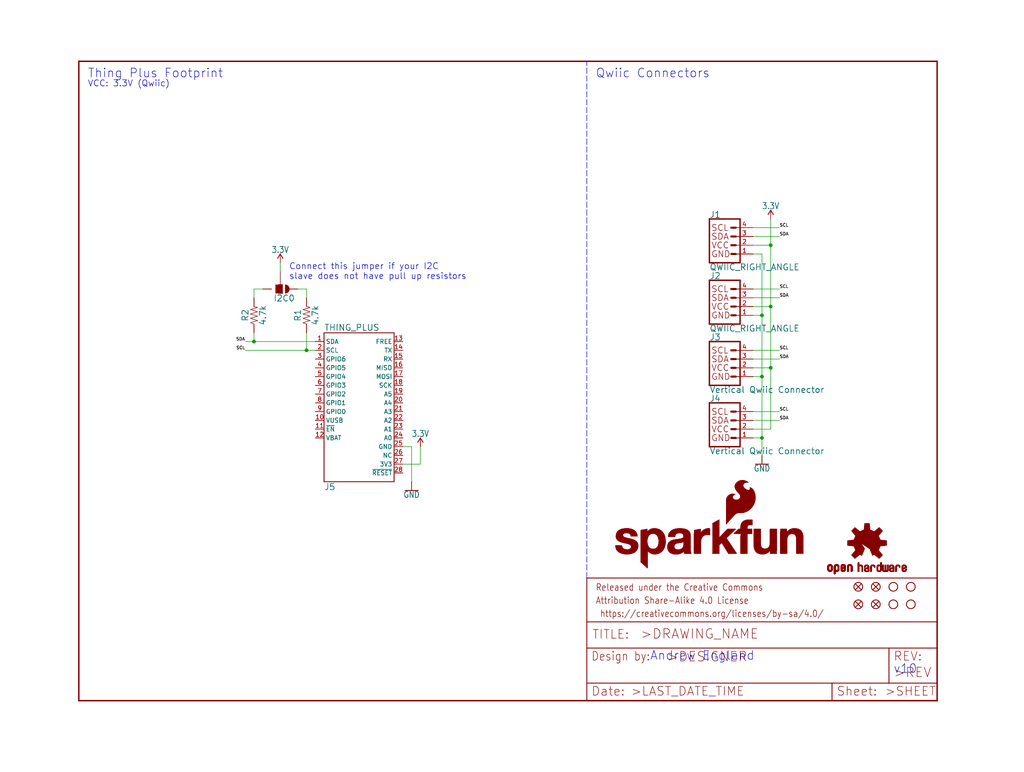
<source format=kicad_sch>
(kicad_sch (version 20211123) (generator eeschema)
  (paper "User" 297.002 223.926)
  (lib_symbols
    (symbol "eagleSchem-eagle-import:3.3V" (power)
      (property "Value" "3.3V" (at 0 2.794 0))
      (symbol "3.3V_1_0"
        (pin power_in line (at 0 0 90) (length 2.54) (name "3.3V") (number "1"))
      )
    )
    (symbol "eagleSchem-eagle-import:4.7KOHM-0603-1{slash}10W-1%"
      (property "Reference" "R" (at 0 1.524 0))
      (property "Value" "4.7KOHM-0603-1{slash}10W-1%" (at 0 -1.524 0))
      (symbol "4.7KOHM-0603-1{slash}10W-1%_1_0"
        (pin passive line (at -5.08 0 0) (length 2.54) (name "1") (number "1"))
        (pin passive line (at 5.08 0 180) (length 2.54) (name "2") (number "2"))
      )
    )
    (symbol "eagleSchem-eagle-import:FIDUCIAL1X2")
    (symbol "eagleSchem-eagle-import:FRAME-LETTER"
      (symbol "FRAME-LETTER_2_0"
        (text " https://creativecommons.org/licenses/by-sa/4.0/" (at 2.54 24.13 0) (effects (font (size 1.9304 1.6408)) (justify left bottom)))
        (text ">DESIGNER" (at 23.114 11.176 0) (effects (font (size 2.7432 2.7432)) (justify left bottom)))
        (text ">DRAWING_NAME" (at 15.494 17.78 0) (effects (font (size 2.7432 2.7432)) (justify left bottom)))
        (text ">LAST_DATE_TIME" (at 12.7 1.27 0) (effects (font (size 2.54 2.54)) (justify left bottom)))
        (text ">REV" (at 88.9 6.604 0) (effects (font (size 2.7432 2.7432)) (justify left bottom)))
        (text ">SHEET" (at 86.36 1.27 0) (effects (font (size 2.54 2.54)) (justify left bottom)))
        (text "Attribution Share-Alike 4.0 License" (at 2.54 27.94 0) (effects (font (size 1.9304 1.6408)) (justify left bottom)))
        (text "Date:" (at 1.27 1.27 0) (effects (font (size 2.54 2.54)) (justify left bottom)))
        (text "Design by:" (at 1.27 11.43 0) (effects (font (size 2.54 2.159)) (justify left bottom)))
        (text "Released under the Creative Commons" (at 2.54 31.75 0) (effects (font (size 1.9304 1.6408)) (justify left bottom)))
        (text "REV:" (at 88.9 11.43 0) (effects (font (size 2.54 2.54)) (justify left bottom)))
        (text "Sheet:" (at 72.39 1.27 0) (effects (font (size 2.54 2.54)) (justify left bottom)))
        (text "TITLE:" (at 1.524 17.78 0) (effects (font (size 2.54 2.54)) (justify left bottom)))
      )
    )
    (symbol "eagleSchem-eagle-import:GND" (power)
      (property "Value" "GND" (at 0 -0.254 0))
      (symbol "GND_1_0"
        (pin power_in line (at 0 2.54 270) (length 2.54) (name "GND") (number "1"))
      )
    )
    (symbol "eagleSchem-eagle-import:JUMPER-SMT_3_NO_NO-SILK"
      (property "Reference" "JP" (at 2.54 0.381 0))
      (property "Value" "JUMPER-SMT_3_NO_NO-SILK" (at 2.54 -0.381 0))
      (symbol "JUMPER-SMT_3_NO_NO-SILK_1_0"
        (pin passive line (at 0 5.08 270) (length 2.54) (name "1") (number "1"))
        (pin passive line (at -5.08 0 0) (length 2.54) (name "2") (number "2"))
        (pin passive line (at 0 -5.08 90) (length 2.54) (name "3") (number "3"))
      )
    )
    (symbol "eagleSchem-eagle-import:OSHW-LOGOS")
    (symbol "eagleSchem-eagle-import:QWIIC_CONNECTOR"
      (property "Reference" "J" (at -5.08 7.874 0))
      (property "Value" "QWIIC_CONNECTOR" (at -5.08 -5.334 0))
      (symbol "QWIIC_CONNECTOR_1_0"
        (text "GND" (at -4.572 -2.54 0) (effects (font (size 1.778 1.778)) (justify left)))
        (text "SCL" (at -4.572 5.08 0) (effects (font (size 1.778 1.778)) (justify left)))
        (text "SDA" (at -4.572 2.54 0) (effects (font (size 1.778 1.778)) (justify left)))
        (text "VCC" (at -4.572 0 0) (effects (font (size 1.778 1.778)) (justify left)))
        (pin power_in line (at 7.62 -2.54 180) (length 5.08) (name "1") (number "1"))
        (pin power_in line (at 7.62 0 180) (length 5.08) (name "2") (number "2"))
        (pin passive line (at 7.62 2.54 180) (length 5.08) (name "3") (number "3"))
        (pin passive line (at 7.62 5.08 180) (length 5.08) (name "4") (number "4"))
      )
    )
    (symbol "eagleSchem-eagle-import:QWIIC_CONNECTORJS-1MM"
      (property "Reference" "J" (at -5.08 7.874 0))
      (property "Value" "QWIIC_CONNECTORJS-1MM" (at -5.08 -5.334 0))
      (symbol "QWIIC_CONNECTORJS-1MM_1_0"
        (text "GND" (at -4.572 -2.54 0) (effects (font (size 1.778 1.778)) (justify left)))
        (text "SCL" (at -4.572 5.08 0) (effects (font (size 1.778 1.778)) (justify left)))
        (text "SDA" (at -4.572 2.54 0) (effects (font (size 1.778 1.778)) (justify left)))
        (text "VCC" (at -4.572 0 0) (effects (font (size 1.778 1.778)) (justify left)))
        (pin power_in line (at 7.62 -2.54 180) (length 5.08) (name "1") (number "1"))
        (pin power_in line (at 7.62 0 180) (length 5.08) (name "2") (number "2"))
        (pin passive line (at 7.62 2.54 180) (length 5.08) (name "3") (number "3"))
        (pin passive line (at 7.62 5.08 180) (length 5.08) (name "4") (number "4"))
      )
    )
    (symbol "eagleSchem-eagle-import:SFE_LOGO_NAME_FLAME.1_INCH")
    (symbol "eagleSchem-eagle-import:SFE_LOGO_NAME_FLAME.2_INCH")
    (symbol "eagleSchem-eagle-import:STAND-OFF")
    (symbol "eagleSchem-eagle-import:THING_PLUS"
      (property "Reference" "J" (at -10.16 -33.02 0))
      (property "Value" "THING_PLUS" (at -10.16 13.208 0))
      (symbol "THING_PLUS_1_0"
        (pin bidirectional line (at -12.7 10.16 0) (length 2.54) (name "SDA") (number "1"))
        (pin bidirectional line (at -12.7 -12.7 0) (length 2.54) (name "VUSB") (number "10"))
        (pin bidirectional line (at -12.7 -15.24 0) (length 2.54) (name "~{EN}") (number "11"))
        (pin bidirectional line (at -12.7 -17.78 0) (length 2.54) (name "VBAT") (number "12"))
        (pin bidirectional line (at 12.7 10.16 180) (length 2.54) (name "FREE") (number "13"))
        (pin bidirectional line (at 12.7 7.62 180) (length 2.54) (name "TX") (number "14"))
        (pin bidirectional line (at 12.7 5.08 180) (length 2.54) (name "RX") (number "15"))
        (pin bidirectional line (at 12.7 2.54 180) (length 2.54) (name "MISO") (number "16"))
        (pin bidirectional line (at 12.7 0 180) (length 2.54) (name "MOSI") (number "17"))
        (pin bidirectional line (at 12.7 -2.54 180) (length 2.54) (name "SCK") (number "18"))
        (pin bidirectional line (at 12.7 -5.08 180) (length 2.54) (name "A5") (number "19"))
        (pin bidirectional line (at -12.7 7.62 0) (length 2.54) (name "SCL") (number "2"))
        (pin bidirectional line (at 12.7 -7.62 180) (length 2.54) (name "A4") (number "20"))
        (pin bidirectional line (at 12.7 -10.16 180) (length 2.54) (name "A3") (number "21"))
        (pin bidirectional line (at 12.7 -12.7 180) (length 2.54) (name "A2") (number "22"))
        (pin bidirectional line (at 12.7 -15.24 180) (length 2.54) (name "A1") (number "23"))
        (pin bidirectional line (at 12.7 -17.78 180) (length 2.54) (name "A0") (number "24"))
        (pin bidirectional line (at 12.7 -20.32 180) (length 2.54) (name "GND") (number "25"))
        (pin bidirectional line (at 12.7 -22.86 180) (length 2.54) (name "NC") (number "26"))
        (pin bidirectional line (at 12.7 -25.4 180) (length 2.54) (name "3V3") (number "27"))
        (pin bidirectional line (at 12.7 -27.94 180) (length 2.54) (name "~{RESET}") (number "28"))
        (pin bidirectional line (at -12.7 5.08 0) (length 2.54) (name "GPIO6") (number "3"))
        (pin bidirectional line (at -12.7 2.54 0) (length 2.54) (name "GPIO5") (number "4"))
        (pin bidirectional line (at -12.7 0 0) (length 2.54) (name "GPIO4") (number "5"))
        (pin bidirectional line (at -12.7 -2.54 0) (length 2.54) (name "GPIO3") (number "6"))
        (pin bidirectional line (at -12.7 -5.08 0) (length 2.54) (name "GPIO2") (number "7"))
        (pin bidirectional line (at -12.7 -7.62 0) (length 2.54) (name "GPIO1") (number "8"))
        (pin bidirectional line (at -12.7 -10.16 0) (length 2.54) (name "GPIO0") (number "9"))
      )
    )
  )
  (junction (at 223.52 88.9))
  (junction (at 220.98 91.44))
  (junction (at 88.9 101.6))
  (junction (at 220.98 109.22))
  (junction (at 73.66 99.06))
  (junction (at 223.52 71.12))
  (junction (at 220.98 127))
  (junction (at 223.52 106.68))
  (wire (pts (xy 91.44 99.06) (xy 73.66 99.06)))
  (wire (pts (xy 73.66 99.06) (xy 71.12 99.06)))
  (wire (pts (xy 223.52 124.46) (xy 218.44 124.46)))
  (wire (pts (xy 218.44 104.14) (xy 226.06 104.14)))
  (wire (pts (xy 220.98 109.22) (xy 218.44 109.22)))
  (wire (pts (xy 220.98 91.44) (xy 220.98 73.66)))
  (wire (pts (xy 218.44 101.6) (xy 226.06 101.6)))
  (wire (pts (xy 88.9 96.52) (xy 88.9 101.6)))
  (wire (pts (xy 223.52 71.12) (xy 223.52 63.5)))
  (wire (pts (xy 73.66 86.36) (xy 73.66 83.82)))
  (wire (pts (xy 218.44 86.36) (xy 226.06 86.36)))
  (wire (pts (xy 91.44 101.6) (xy 88.9 101.6)))
  (wire (pts (xy 223.52 106.68) (xy 223.52 124.46)))
  (wire (pts (xy 218.44 71.12) (xy 223.52 71.12)))
  (wire (pts (xy 218.44 119.38) (xy 226.06 119.38)))
  (wire (pts (xy 218.44 83.82) (xy 226.06 83.82)))
  (wire (pts (xy 73.66 96.52) (xy 73.66 99.06)))
  (wire (pts (xy 220.98 127) (xy 220.98 132.08)))
  (wire (pts (xy 73.66 83.82) (xy 76.2 83.82)))
  (wire (pts (xy 220.98 73.66) (xy 218.44 73.66)))
  (wire (pts (xy 223.52 88.9) (xy 223.52 106.68)))
  (wire (pts (xy 81.28 76.2) (xy 81.28 78.74)))
  (wire (pts (xy 218.44 127) (xy 220.98 127)))
  (wire (pts (xy 218.44 121.92) (xy 226.06 121.92)))
  (wire (pts (xy 218.44 68.58) (xy 226.06 68.58)))
  (wire (pts (xy 71.12 101.6) (xy 88.9 101.6)))
  (wire (pts (xy 220.98 109.22) (xy 220.98 91.44)))
  (wire (pts (xy 86.36 83.82) (xy 88.9 83.82)))
  (polyline (pts (xy 170.18 167.64) (xy 170.18 17.78)))
  (wire (pts (xy 88.9 83.82) (xy 88.9 86.36)))
  (wire (pts (xy 223.52 71.12) (xy 223.52 88.9)))
  (wire (pts (xy 220.98 91.44) (xy 218.44 91.44)))
  (wire (pts (xy 220.98 127) (xy 220.98 109.22)))
  (wire (pts (xy 223.52 106.68) (xy 218.44 106.68)))
  (wire (pts (xy 119.38 129.54) (xy 119.38 139.7)))
  (wire (pts (xy 116.84 134.62) (xy 121.92 134.62)))
  (wire (pts (xy 121.92 134.62) (xy 121.92 129.54)))
  (wire (pts (xy 223.52 88.9) (xy 218.44 88.9)))
  (wire (pts (xy 218.44 66.04) (xy 226.06 66.04)))
  (wire (pts (xy 116.84 129.54) (xy 119.38 129.54)))
  (text "VCC: 3.3V (Qwiic)" (at 25.4 25.4 180) (effects (font (size 1.778 1.778)) (justify left bottom)))
  (text "Qwiic Connectors" (at 172.72 22.86 180) (effects (font (size 2.54 2.54)) (justify left bottom)))
  (text "Thing Plus Footprint" (at 25.4 22.86 180) (effects (font (size 2.54 2.54)) (justify left bottom)))
  (text "Connect this jumper if your I2C\nslave does not have pull up resistors" (at 83.82 81.28 0) (effects (font (size 1.778 1.778)) (justify left bottom)))
  (text "v10" (at 259.08 195.58 180) (effects (font (size 2.54 2.54)) (justify left bottom)))
  (text "Andrew England" (at 188.468 191.77 180) (effects (font (size 2.54 2.54)) (justify left bottom)))
  (label "SDA" (at 226.06 68.58 0) (effects (font (size 0.889 0.889))))
  (label "SCL" (at 226.06 119.38 0) (effects (font (size 0.889 0.889))))
  (label "SCL" (at 71.12 101.6 180) (effects (font (size 0.889 0.889))))
  (label "SDA" (at 226.06 121.92 0) (effects (font (size 0.889 0.889))))
  (label "SCL" (at 226.06 101.6 0) (effects (font (size 0.889 0.889))))
  (label "SDA" (at 226.06 86.36 0) (effects (font (size 0.889 0.889))))
  (label "SDA" (at 71.12 99.06 180) (effects (font (size 0.889 0.889))))
  (label "SCL" (at 226.06 66.04 0) (effects (font (size 0.889 0.889))))
  (label "SDA" (at 226.06 104.14 0) (effects (font (size 0.889 0.889))))
  (label "SCL" (at 226.06 83.82 0) (effects (font (size 0.889 0.889))))
  (symbol (lib_id "eagleSchem-eagle-import:4.7KOHM-0603-1{slash}10W-1%") (at 73.66 91.44 90) (unit 1)
    (property "Reference" "R2" (at 72.136 91.44 0) (effects (font (size 1.778 1.778)) (justify bottom)))
    (property "Value" "4.7k" (at 75.184 91.44 0) (effects (font (size 1.778 1.778)) (justify top)))
    (property "Footprint" "eagleSchem:0603" (effects hide))
  )
  (symbol (lib_id "eagleSchem-eagle-import:FRAME-LETTER") (at 170.18 203.2 0) (unit 2)
    (property "Reference" "FRAME1" (effects hide))
    (property "Value" "FRAME-LETTER" (effects hide))
    (property "Footprint" "eagleSchem:CREATIVE_COMMONS" (effects hide))
  )
  (symbol (lib_id "eagleSchem-eagle-import:3.3V") (at 223.52 63.5 0) (unit 1)
    (property "Reference" "#SUPPLY1" (effects hide))
    (property "Value" "3.3V" (at 223.52 60.706 0) (effects (font (size 1.778 1.5113)) (justify bottom)))
    (property "Footprint" "eagleSchem:" (effects hide))
  )
  (symbol (lib_id "eagleSchem-eagle-import:3.3V") (at 121.92 129.54 0) (unit 1)
    (property "Reference" "#SUPPLY3" (effects hide))
    (property "Value" "3.3V" (at 121.92 126.746 0) (effects (font (size 1.778 1.5113)) (justify bottom)))
    (property "Footprint" "eagleSchem:" (effects hide))
  )
  (symbol (lib_id "eagleSchem-eagle-import:FRAME-LETTER") (at 22.86 203.2 0) (unit 1)
    (property "Reference" "FRAME1" (effects hide))
    (property "Value" "FRAME-LETTER" (effects hide))
    (property "Footprint" "eagleSchem:CREATIVE_COMMONS" (effects hide))
  )
  (symbol (lib_id "eagleSchem-eagle-import:QWIIC_CONNECTOR") (at 210.82 124.46 0) (unit 1)
    (property "Reference" "J4" (at 205.74 116.586 0) (effects (font (size 1.778 1.778)) (justify left bottom)))
    (property "Value" "Vertical Qwiic Connector" (at 205.74 129.794 0) (effects (font (size 1.778 1.778)) (justify left top)))
    (property "Footprint" "eagleSchem:JST04_1MM_VERT" (effects hide))
  )
  (symbol (lib_id "eagleSchem-eagle-import:3.3V") (at 81.28 76.2 0) (unit 1)
    (property "Reference" "#SUPPLY2" (effects hide))
    (property "Value" "3.3V" (at 81.28 73.406 0) (effects (font (size 1.778 1.5113)) (justify bottom)))
    (property "Footprint" "eagleSchem:" (effects hide))
  )
  (symbol (lib_id "eagleSchem-eagle-import:QWIIC_CONNECTORJS-1MM") (at 210.82 88.9 0) (unit 1)
    (property "Reference" "J2" (at 205.74 81.026 0) (effects (font (size 1.778 1.778)) (justify left bottom)))
    (property "Value" "QWIIC_RIGHT_ANGLE" (at 205.74 94.234 0) (effects (font (size 1.778 1.778)) (justify left top)))
    (property "Footprint" "eagleSchem:JST04_1MM_RA" (effects hide))
  )
  (symbol (lib_id "eagleSchem-eagle-import:JUMPER-SMT_3_NO_NO-SILK") (at 81.28 83.82 270) (unit 1)
    (property "Reference" "I2C0" (at 79.248 87.503 90) (effects (font (size 1.778 1.778)) (justify left bottom)))
    (property "Value" "JUMPER-SMT_3_NO_NO-SILK" (effects hide))
    (property "Footprint" "eagleSchem:SMT-JUMPER_3_NO_NO-SILK" (effects hide))
  )
  (symbol (lib_id "eagleSchem-eagle-import:FIDUCIAL1X2") (at 254 175.26 0) (unit 1)
    (property "Reference" "FD4" (effects hide))
    (property "Value" "FIDUCIAL1X2" (effects hide))
    (property "Footprint" "eagleSchem:FIDUCIAL-1X2" (effects hide))
  )
  (symbol (lib_id "eagleSchem-eagle-import:FIDUCIAL1X2") (at 248.92 175.26 0) (unit 1)
    (property "Reference" "FD3" (effects hide))
    (property "Value" "FIDUCIAL1X2" (effects hide))
    (property "Footprint" "eagleSchem:FIDUCIAL-1X2" (effects hide))
  )
  (symbol (lib_id "eagleSchem-eagle-import:SFE_LOGO_NAME_FLAME.1_INCH") (at 177.8 165.1 0) (unit 1)
    (property "Reference" "LOGO1" (effects hide))
    (property "Value" "SFE_LOGO_NAME_FLAME.1_INCH" (effects hide))
    (property "Footprint" "eagleSchem:SFE_LOGO_NAME_FLAME_.1" (effects hide))
  )
  (symbol (lib_id "eagleSchem-eagle-import:THING_PLUS") (at 104.14 109.22 0) (unit 1)
    (property "Reference" "J5" (at 93.98 142.24 0) (effects (font (size 1.778 1.778)) (justify left bottom)))
    (property "Value" "THING_PLUS" (at 93.98 96.012 0) (effects (font (size 1.778 1.778)) (justify left bottom)))
    (property "Footprint" "eagleSchem:THING_PLUS" (effects hide))
  )
  (symbol (lib_id "eagleSchem-eagle-import:FIDUCIAL1X2") (at 248.92 170.18 0) (unit 1)
    (property "Reference" "FD2" (effects hide))
    (property "Value" "FIDUCIAL1X2" (effects hide))
    (property "Footprint" "eagleSchem:FIDUCIAL-1X2" (effects hide))
  )
  (symbol (lib_id "eagleSchem-eagle-import:OSHW-LOGOS") (at 251.46 157.48 0) (unit 1)
    (property "Reference" "LOGO3" (effects hide))
    (property "Value" "OSHW-LOGOS" (effects hide))
    (property "Footprint" "eagleSchem:OSHW-LOGO-S" (effects hide))
  )
  (symbol (lib_id "eagleSchem-eagle-import:GND") (at 220.98 134.62 0) (unit 1)
    (property "Reference" "#GND1" (effects hide))
    (property "Value" "GND" (at 220.98 134.874 0) (effects (font (size 1.778 1.5113)) (justify top)))
    (property "Footprint" "eagleSchem:" (effects hide))
  )
  (symbol (lib_id "eagleSchem-eagle-import:STAND-OFF") (at 264.16 170.18 0) (unit 1)
    (property "Reference" "H2" (effects hide))
    (property "Value" "STAND-OFF" (effects hide))
    (property "Footprint" "eagleSchem:STAND-OFF" (effects hide))
  )
  (symbol (lib_id "eagleSchem-eagle-import:QWIIC_CONNECTOR") (at 210.82 106.68 0) (unit 1)
    (property "Reference" "J3" (at 205.74 98.806 0) (effects (font (size 1.778 1.778)) (justify left bottom)))
    (property "Value" "Vertical Qwiic Connector" (at 205.74 112.014 0) (effects (font (size 1.778 1.778)) (justify left top)))
    (property "Footprint" "eagleSchem:JST04_1MM_VERT" (effects hide))
  )
  (symbol (lib_id "eagleSchem-eagle-import:GND") (at 119.38 142.24 0) (unit 1)
    (property "Reference" "#GND2" (effects hide))
    (property "Value" "GND" (at 119.38 142.494 0) (effects (font (size 1.778 1.5113)) (justify top)))
    (property "Footprint" "eagleSchem:" (effects hide))
  )
  (symbol (lib_id "eagleSchem-eagle-import:QWIIC_CONNECTORJS-1MM") (at 210.82 71.12 0) (unit 1)
    (property "Reference" "J1" (at 205.74 63.246 0) (effects (font (size 1.778 1.778)) (justify left bottom)))
    (property "Value" "QWIIC_RIGHT_ANGLE" (at 205.74 76.454 0) (effects (font (size 1.778 1.778)) (justify left top)))
    (property "Footprint" "eagleSchem:JST04_1MM_RA" (effects hide))
  )
  (symbol (lib_id "eagleSchem-eagle-import:STAND-OFF") (at 259.08 170.18 0) (unit 1)
    (property "Reference" "H1" (effects hide))
    (property "Value" "STAND-OFF" (effects hide))
    (property "Footprint" "eagleSchem:STAND-OFF" (effects hide))
  )
  (symbol (lib_id "eagleSchem-eagle-import:FIDUCIAL1X2") (at 254 170.18 0) (unit 1)
    (property "Reference" "FD1" (effects hide))
    (property "Value" "FIDUCIAL1X2" (effects hide))
    (property "Footprint" "eagleSchem:FIDUCIAL-1X2" (effects hide))
  )
  (symbol (lib_id "eagleSchem-eagle-import:SFE_LOGO_NAME_FLAME.2_INCH") (at 177.8 165.1 0) (unit 1)
    (property "Reference" "LOGO2" (effects hide))
    (property "Value" "SFE_LOGO_NAME_FLAME.2_INCH" (effects hide))
    (property "Footprint" "eagleSchem:SFE_LOGO_NAME_FLAME_.2" (effects hide))
  )
  (symbol (lib_id "eagleSchem-eagle-import:STAND-OFF") (at 264.16 175.26 0) (unit 1)
    (property "Reference" "H3" (effects hide))
    (property "Value" "STAND-OFF" (effects hide))
    (property "Footprint" "eagleSchem:STAND-OFF" (effects hide))
  )
  (symbol (lib_id "eagleSchem-eagle-import:STAND-OFF") (at 259.08 175.26 0) (unit 1)
    (property "Reference" "H4" (effects hide))
    (property "Value" "STAND-OFF" (effects hide))
    (property "Footprint" "eagleSchem:STAND-OFF" (effects hide))
  )
  (symbol (lib_id "eagleSchem-eagle-import:4.7KOHM-0603-1{slash}10W-1%") (at 88.9 91.44 90) (unit 1)
    (property "Reference" "R1" (at 87.376 91.44 0) (effects (font (size 1.778 1.778)) (justify bottom)))
    (property "Value" "4.7k" (at 90.424 91.44 0) (effects (font (size 1.778 1.778)) (justify top)))
    (property "Footprint" "eagleSchem:0603" (effects hide))
  )
)
</source>
